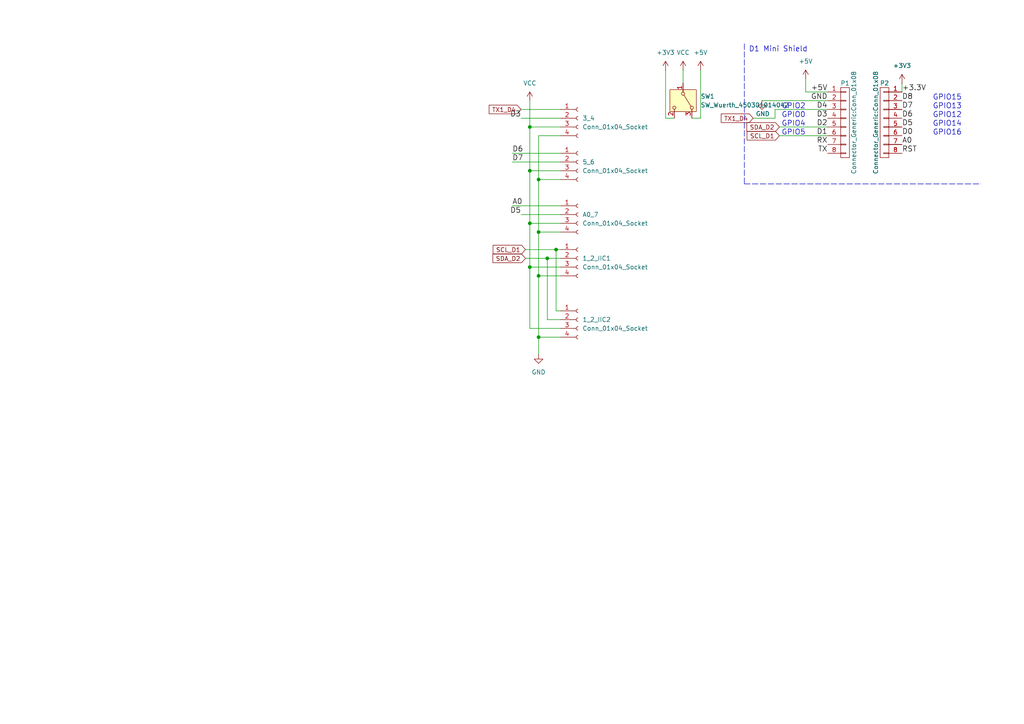
<source format=kicad_sch>
(kicad_sch (version 20231120) (generator "eeschema") (generator_version "8.0")
  (paper "A4")
  (lib_symbols
    (symbol "Connector:Conn_01x04_Socket" (pin_names (offset 1.016) hide)
      (property "Reference" "J" (at 0 5.08 0))
      (property "Value" "Conn_01x04_Socket" (at 0 -7.62 0))
      (symbol "Conn_01x04_Socket_1_1"
        (arc (start 0 -4.572) (mid -0.5058 -5.08) (end 0 -5.588) (stroke (width 0.1524)))
        (arc (start 0 -2.032) (mid -0.5058 -2.54) (end 0 -3.048) (stroke (width 0.1524)))
        (polyline (pts (xy -1.27 -5.08) (xy -0.508 -5.08)) (stroke (width 0.1524)))
        (polyline (pts (xy -1.27 -2.54) (xy -0.508 -2.54)) (stroke (width 0.1524)))
        (polyline (pts (xy -1.27 0) (xy -0.508 0)) (stroke (width 0.1524)))
        (polyline (pts (xy -1.27 2.54) (xy -0.508 2.54)) (stroke (width 0.1524)))
        (arc (start 0 0.508) (mid -0.5058 0) (end 0 -0.508) (stroke (width 0.1524)))
        (arc (start 0 3.048) (mid -0.5058 2.54) (end 0 2.032) (stroke (width 0.1524)))
        (pin passive line (at -5.08 2.54 0) (length 3.81) (name "Pin_1") (number "1"))
        (pin passive line (at -5.08 0 0) (length 3.81) (name "Pin_2") (number "2"))
        (pin passive line (at -5.08 -2.54 0) (length 3.81) (name "Pin_3") (number "3"))
        (pin passive line (at -5.08 -5.08 0) (length 3.81) (name "Pin_4") (number "4"))
      )
    )
    (symbol "Connector_Generic:Conn_01x08" (pin_names (offset 1.016) hide)
      (property "Reference" "P" (at 0 11.43 0))
      (property "Value" "Conn_01x08" (at 2.54 0 90))
      (symbol "Conn_01x08_0_1"
        (rectangle (start -1.27 -10.16) (end 1.27 10.16))
        (rectangle (start -1.27 -8.763) (end 0.254 -9.017))
        (rectangle (start -1.27 -6.223) (end 0.254 -6.477))
        (rectangle (start -1.27 -3.683) (end 0.254 -3.937))
        (rectangle (start -1.27 -1.143) (end 0.254 -1.397))
        (rectangle (start -1.27 1.397) (end 0.254 1.143))
        (rectangle (start -1.27 3.937) (end 0.254 3.683))
        (rectangle (start -1.27 6.477) (end 0.254 6.223))
        (rectangle (start -1.27 9.017) (end 0.254 8.763))
      )
      (symbol "Conn_01x08_1_1"
        (pin passive line (at -5.08 8.89 0) (length 3.81) (name "P1") (number "1"))
        (pin passive line (at -5.08 6.35 0) (length 3.81) (name "P2") (number "2"))
        (pin passive line (at -5.08 3.81 0) (length 3.81) (name "P3") (number "3"))
        (pin passive line (at -5.08 1.27 0) (length 3.81) (name "P4") (number "4"))
        (pin passive line (at -5.08 -1.27 0) (length 3.81) (name "P5") (number "5"))
        (pin passive line (at -5.08 -3.81 0) (length 3.81) (name "P6") (number "6"))
        (pin passive line (at -5.08 -6.35 0) (length 3.81) (name "P7") (number "7"))
        (pin passive line (at -5.08 -8.89 0) (length 3.81) (name "P8") (number "8"))
      )
    )
    (symbol "Switch:SW_Wuerth_450301014042" (pin_names (offset 1) hide)
      (property "Reference" "SW" (at 0 5.08 0))
      (property "Value" "SW_Wuerth_450301014042" (at 0 -5.08 0))
      (symbol "SW_Wuerth_450301014042_0_1"
        (circle (center -2.032 0) (radius 0.4572))
        (polyline (pts (xy -1.651 0.254) (xy 1.651 2.286)))
        (circle (center 2.032 -2.54) (radius 0.4572))
        (circle (center 2.032 2.54) (radius 0.4572))
      )
      (symbol "SW_Wuerth_450301014042_1_1"
        (rectangle (start -3.175 3.81) (end 3.175 -3.81) (fill (type background)))
        (pin passive line (at -5.08 0 0) (length 2.54) (name "B") (number "1"))
        (pin passive line (at 5.08 -2.54 180) (length 2.54) (name "C") (number "2"))
        (pin passive line (at 5.08 2.54 180) (length 2.54) (name "A") (number "3"))
      )
    )
    (symbol "power:+3V3" (power) (pin_numbers hide) (pin_names (offset 0) hide)
      (property "Value" "+3V3" (at 0 3.556 0))
      (symbol "+3V3_0_1"
        (polyline (pts (xy -0.762 1.27) (xy 0 2.54)))
        (polyline (pts (xy 0 0) (xy 0 2.54)))
        (polyline (pts (xy 0 2.54) (xy 0.762 1.27)))
      )
      (symbol "+3V3_1_1"
        (pin power_in line (at 0 0 90) (length 0) (name "~") (number "1"))
      )
    )
    (symbol "power:+5V" (power) (pin_numbers hide) (pin_names (offset 0) hide)
      (property "Value" "+5V" (at 0 3.556 0))
      (symbol "+5V_0_1"
        (polyline (pts (xy -0.762 1.27) (xy 0 2.54)))
        (polyline (pts (xy 0 0) (xy 0 2.54)))
        (polyline (pts (xy 0 2.54) (xy 0.762 1.27)))
      )
      (symbol "+5V_1_1"
        (pin power_in line (at 0 0 90) (length 0) (name "~") (number "1"))
      )
    )
    (symbol "power:GND" (power) (pin_numbers hide) (pin_names (offset 0) hide)
      (property "Value" "GND" (at 0 -3.81 0))
      (symbol "GND_0_1"
        (polyline (pts (xy 0 0) (xy 0 -1.27) (xy 1.27 -1.27) (xy 0 -2.54) (xy -1.27 -1.27) (xy 0 -1.27)))
      )
      (symbol "GND_1_1"
        (pin power_in line (at 0 0 270) (length 0) (name "~") (number "1"))
      )
    )
    (symbol "power:VCC" (power) (pin_numbers hide) (pin_names (offset 0) hide)
      (property "Value" "VCC" (at 0 3.556 0))
      (symbol "VCC_0_1"
        (polyline (pts (xy -0.762 1.27) (xy 0 2.54)))
        (polyline (pts (xy 0 0) (xy 0 2.54)))
        (polyline (pts (xy 0 2.54) (xy 0.762 1.27)))
      )
      (symbol "VCC_1_1"
        (pin power_in line (at 0 0 90) (length 0) (name "~") (number "1"))
      )
    )
  )
  (junction (at 158.75 74.93))
  (junction (at 156.21 97.79))
  (junction (at 153.67 49.53))
  (junction (at 153.67 36.83))
  (junction (at 161.29 72.39))
  (junction (at 153.67 64.77))
  (junction (at 156.21 80.01))
  (junction (at 153.67 77.47))
  (junction (at 156.21 67.31))
  (junction (at 156.21 52.07))
  (wire (pts (xy 224.79 31.75) (xy 224.79 34.29)))
  (wire (pts (xy 156.21 52.07) (xy 156.21 39.37)))
  (wire (pts (xy 148.59 59.69) (xy 162.56 59.69)))
  (wire (pts (xy 153.67 95.25) (xy 153.67 77.47)))
  (wire (pts (xy 203.2 20.32) (xy 203.2 34.29)))
  (wire (pts (xy 153.67 29.21) (xy 153.67 36.83)))
  (wire (pts (xy 153.67 36.83) (xy 162.56 36.83)))
  (wire (pts (xy 153.67 64.77) (xy 162.56 64.77)))
  (wire (pts (xy 153.67 49.53) (xy 153.67 64.77)))
  (wire (pts (xy 153.67 36.83) (xy 153.67 49.53)))
  (wire (pts (xy 151.13 34.29) (xy 162.56 34.29)))
  (wire (pts (xy 161.29 72.39) (xy 161.29 90.17)))
  (wire (pts (xy 261.62 24.13) (xy 261.62 26.67)))
  (wire (pts (xy 233.68 26.67) (xy 240.03 26.67)))
  (wire (pts (xy 226.06 36.83) (xy 240.03 36.83)))
  (wire (pts (xy 161.29 72.39) (xy 162.56 72.39)))
  (wire (pts (xy 156.21 80.01) (xy 162.56 80.01)))
  (wire (pts (xy 156.21 67.31) (xy 156.21 52.07)))
  (wire (pts (xy 240.03 31.75) (xy 224.79 31.75)))
  (wire (pts (xy 162.56 95.25) (xy 153.67 95.25)))
  (wire (pts (xy 198.12 20.32) (xy 198.12 24.13)))
  (polyline (pts (xy 215.9 53.34) (xy 284.48 53.34)) (stroke (width 0) (type dash)))
  (wire (pts (xy 240.03 29.21) (xy 220.98 29.21)))
  (wire (pts (xy 226.06 39.37) (xy 240.03 39.37)))
  (wire (pts (xy 151.13 62.23) (xy 162.56 62.23)))
  (wire (pts (xy 152.4 72.39) (xy 161.29 72.39)))
  (wire (pts (xy 158.75 92.71) (xy 158.75 74.93)))
  (wire (pts (xy 158.75 74.93) (xy 162.56 74.93)))
  (polyline (pts (xy 215.9 12.7) (xy 215.9 53.34)) (stroke (width 0) (type dash)))
  (wire (pts (xy 156.21 67.31) (xy 162.56 67.31)))
  (wire (pts (xy 161.29 90.17) (xy 162.56 90.17)))
  (wire (pts (xy 200.66 34.29) (xy 203.2 34.29)))
  (wire (pts (xy 148.59 44.45) (xy 162.56 44.45)))
  (wire (pts (xy 153.67 77.47) (xy 162.56 77.47)))
  (wire (pts (xy 148.59 46.99) (xy 162.56 46.99)))
  (wire (pts (xy 151.13 31.75) (xy 162.56 31.75)))
  (wire (pts (xy 153.67 64.77) (xy 153.67 77.47)))
  (wire (pts (xy 156.21 97.79) (xy 156.21 80.01)))
  (wire (pts (xy 224.79 34.29) (xy 218.44 34.29)))
  (wire (pts (xy 156.21 52.07) (xy 162.56 52.07)))
  (wire (pts (xy 152.4 74.93) (xy 158.75 74.93)))
  (wire (pts (xy 156.21 39.37) (xy 162.56 39.37)))
  (wire (pts (xy 156.21 80.01) (xy 156.21 67.31)))
  (wire (pts (xy 156.21 102.87) (xy 156.21 97.79)))
  (wire (pts (xy 162.56 92.71) (xy 158.75 92.71)))
  (wire (pts (xy 153.67 49.53) (xy 162.56 49.53)))
  (wire (pts (xy 193.04 20.32) (xy 193.04 34.29)))
  (wire (pts (xy 156.21 97.79) (xy 162.56 97.79)))
  (wire (pts (xy 233.68 22.86) (xy 233.68 26.67)))
  (wire (pts (xy 193.04 34.29) (xy 195.58 34.29)))
  (text "GPIO12" (at 270.51 34.29 0) (effects (font (size 1.524 1.524)) (justify left bottom)))
  (text "GPIO2" (at 233.68 31.75 0) (effects (font (size 1.524 1.524)) (justify right bottom)))
  (text "GPIO16" (at 270.51 39.37 0) (effects (font (size 1.524 1.524)) (justify left bottom)))
  (text "GPIO13" (at 270.51 31.75 0) (effects (font (size 1.524 1.524)) (justify left bottom)))
  (text "GPIO4" (at 233.68 36.83 0) (effects (font (size 1.524 1.524)) (justify right bottom)))
  (text "GPIO15" (at 270.51 29.21 0) (effects (font (size 1.524 1.524)) (justify left bottom)))
  (text "D1 Mini Shield" (at 217.17 15.24 0) (effects (font (size 1.524 1.524)) (justify left bottom)))
  (text "GPIO5" (at 233.68 39.37 0) (effects (font (size 1.524 1.524)) (justify right bottom)))
  (text "GPIO0" (at 233.68 34.29 0) (effects (font (size 1.524 1.524)) (justify right bottom)))
  (text "GPIO14" (at 270.51 36.83 0) (effects (font (size 1.524 1.524)) (justify left bottom)))
  (label "D1" (at 240.03 39.37 180) (effects (font (size 1.524 1.524))))
  (label "+3.3V" (at 261.62 26.67 0) (effects (font (size 1.524 1.524))))
  (label "D3" (at 240.03 34.29 180) (effects (font (size 1.524 1.524))))
  (label "D0" (at 261.62 39.37 0) (effects (font (size 1.524 1.524))))
  (label "A0" (at 148.59 59.69 0) (effects (font (size 1.524 1.524))))
  (label "D8" (at 261.62 29.21 0) (effects (font (size 1.524 1.524))))
  (label "D5" (at 261.62 36.83 0) (effects (font (size 1.524 1.524))))
  (label "GND" (at 240.03 29.21 180) (effects (font (size 1.524 1.524))))
  (label "D6" (at 148.59 44.45 0) (effects (font (size 1.524 1.524))))
  (label "A0" (at 261.62 41.91 0) (effects (font (size 1.524 1.524))))
  (label "D2" (at 240.03 36.83 180) (effects (font (size 1.524 1.524))))
  (label "D6" (at 261.62 34.29 0) (effects (font (size 1.524 1.524))))
  (label "+5V" (at 240.03 26.67 180) (effects (font (size 1.524 1.524))))
  (label "D7" (at 148.59 46.99 0) (effects (font (size 1.524 1.524))))
  (label "D3" (at 151.13 34.29 180) (effects (font (size 1.524 1.524))))
  (label "TX" (at 240.03 44.45 180) (effects (font (size 1.524 1.524))))
  (label "RST" (at 261.62 44.45 0) (effects (font (size 1.524 1.524))))
  (label "D7" (at 261.62 31.75 0) (effects (font (size 1.524 1.524))))
  (label "RX" (at 240.03 41.91 180) (effects (font (size 1.524 1.524))))
  (label "D4" (at 240.03 31.75 180) (effects (font (size 1.524 1.524))))
  (label "D5" (at 151.13 62.23 180) (effects (font (size 1.524 1.524))))
  (global_label "SCL_D1" (shape input) (at 152.4 72.39 180) (property "Intersheetrefs" "${INTERSHEET_REFS}" (effects (hide yes))))
  (global_label "TX1_D4" (shape input) (at 151.13 31.75 180) (property "Intersheetrefs" "${INTERSHEET_REFS}" (effects (hide yes))))
  (global_label "SDA_D2" (shape input) (at 152.4 74.93 180) (property "Intersheetrefs" "${INTERSHEET_REFS}" (effects (hide yes))))
  (global_label "SDA_D2" (shape input) (at 226.06 36.83 180) (property "Intersheetrefs" "${INTERSHEET_REFS}" (effects (hide yes))))
  (global_label "SCL_D1" (shape input) (at 226.06 39.37 180) (property "Intersheetrefs" "${INTERSHEET_REFS}" (effects (hide yes))))
  (global_label "TX1_D4" (shape input) (at 218.44 34.29 180) (property "Intersheetrefs" "${INTERSHEET_REFS}" (effects (hide yes))))
  (symbol (lib_id "Connector_Generic:Conn_01x08") (at 245.11 35.56 0) (unit 1)
    (property "Reference" "P1" (at 245.11 24.13 0))
    (property "Value" "Connector_Generic:Conn_01x08" (at 247.65 35.56 90))
    (property "Footprint" "D1_mini:D1_mini_Pin_Header" (effects (hide yes)))
  )
  (symbol (lib_id "Connector_Generic:Conn_01x08") (at 256.54 35.56 0) (mirror y) (unit 1)
    (property "Reference" "P2" (at 256.54 24.13 0))
    (property "Value" "Connector_Generic:Conn_01x08" (at 254 35.56 90))
    (property "Footprint" "D1_mini:D1_mini_Pin_Header" (effects (hide yes)))
  )
  (symbol (lib_id "Switch:SW_Wuerth_450301014042") (at 198.12 29.21 270) (unit 1)
    (property "Reference" "SW1" (at 203.2 27.9399 90) (effects (justify left)))
    (property "Value" "SW_Wuerth_450301014042" (at 203.2 30.4799 90) (effects (justify left)))
    (property "Footprint" "Button_Switch_THT:SW_Slide-03_Wuerth-WS-SLTV_10x2.5x6.4_P2.54mm" (effects (hide yes)))
    (property "Datasheet" "https://www.we-online.com/components/products/datasheet/450301014042.pdf" (effects (hide yes)))
    (property "Description" "Switch slide, single pole double throw" (effects (hide yes)))
  )
  (symbol (lib_id "power:+3V3") (at 261.62 24.13 0) (unit 1)
    (property "Reference" "#PWR04" (effects (hide yes)))
    (property "Value" "+3V3" (at 261.62 19.05 0))
    (property "Description" "Power symbol creates a global label with name \"+3V3\"" (effects (hide yes)))
  )
  (symbol (lib_id "power:GND") (at 156.21 102.87 0) (unit 1)
    (property "Reference" "#PWR07" (effects (hide yes)))
    (property "Value" "GND" (at 156.21 107.95 0))
    (property "Description" "Power symbol creates a global label with name \"GND\" , ground" (effects (hide yes)))
  )
  (symbol (lib_id "Connector:Conn_01x04_Socket") (at 167.64 74.93 0) (unit 1)
    (property "Reference" "1_2_IIC1" (at 168.91 74.9299 0) (effects (justify left)))
    (property "Value" "Conn_01x04_Socket" (at 168.91 77.4699 0) (effects (justify left)))
    (property "Footprint" "D1_mini:NS-Tech_Grove_1x04_P2mm_Vertical" (effects (hide yes)))
    (property "Description" "Generic connector, single row, 01x04, script generated" (effects (hide yes)))
  )
  (symbol (lib_id "Connector:Conn_01x04_Socket") (at 167.64 62.23 0) (unit 1)
    (property "Reference" "A0_7" (at 168.91 62.2299 0) (effects (justify left)))
    (property "Value" "Conn_01x04_Socket" (at 168.91 64.7699 0) (effects (justify left)))
    (property "Footprint" "D1_mini:NS-Tech_Grove_1x04_P2mm_Vertical" (effects (hide yes)))
    (property "Description" "Generic connector, single row, 01x04, script generated" (effects (hide yes)))
  )
  (symbol (lib_id "Connector:Conn_01x04_Socket") (at 167.64 92.71 0) (unit 1)
    (property "Reference" "1_2_IIC2" (at 168.91 92.7099 0) (effects (justify left)))
    (property "Value" "Conn_01x04_Socket" (at 168.91 95.2499 0) (effects (justify left)))
    (property "Footprint" "D1_mini:NS-Tech_Grove_1x04_P2mm_Vertical" (effects (hide yes)))
    (property "Description" "Generic connector, single row, 01x04, script generated" (effects (hide yes)))
  )
  (symbol (lib_id "Connector:Conn_01x04_Socket") (at 167.64 34.29 0) (unit 1)
    (property "Reference" "3_4" (at 168.91 34.2899 0) (effects (justify left)))
    (property "Value" "Conn_01x04_Socket" (at 168.91 36.8299 0) (effects (justify left)))
    (property "Footprint" "D1_mini:NS-Tech_Grove_1x04_P2mm_Vertical" (effects (hide yes)))
    (property "Description" "Generic connector, single row, 01x04, script generated" (effects (hide yes)))
  )
  (symbol (lib_id "power:VCC") (at 153.67 29.21 0) (unit 1)
    (property "Reference" "#PWR08" (effects (hide yes)))
    (property "Value" "VCC" (at 153.67 24.13 0))
    (property "Description" "Power symbol creates a global label with name \"VCC\"" (effects (hide yes)))
  )
  (symbol (lib_id "power:VCC") (at 198.12 20.32 0) (unit 1)
    (property "Reference" "#PWR02" (effects (hide yes)))
    (property "Value" "VCC" (at 198.12 15.24 0))
    (property "Description" "Power symbol creates a global label with name \"VCC\"" (effects (hide yes)))
  )
  (symbol (lib_id "power:GND") (at 220.98 29.21 0) (unit 1)
    (property "Reference" "#PWR01" (effects (hide yes)))
    (property "Value" "GND" (at 221.234 33.02 0))
    (property "Description" "Power symbol creates a global label with name \"GND\" , ground" (effects (hide yes)))
  )
  (symbol (lib_id "power:+3V3") (at 193.04 20.32 0) (unit 1)
    (property "Reference" "#PWR03" (effects (hide yes)))
    (property "Value" "+3V3" (at 193.04 15.24 0))
    (property "Description" "Power symbol creates a global label with name \"+3V3\"" (effects (hide yes)))
  )
  (symbol (lib_id "power:+5V") (at 203.2 20.32 0) (unit 1)
    (property "Reference" "#PWR05" (effects (hide yes)))
    (property "Value" "+5V" (at 203.2 15.24 0))
    (property "Description" "Power symbol creates a global label with name \"+5V\"" (effects (hide yes)))
  )
  (symbol (lib_id "Connector:Conn_01x04_Socket") (at 167.64 46.99 0) (unit 1)
    (property "Reference" "5_6" (at 168.91 46.9899 0) (effects (justify left)))
    (property "Value" "Conn_01x04_Socket" (at 168.91 49.5299 0) (effects (justify left)))
    (property "Footprint" "D1_mini:NS-Tech_Grove_1x04_P2mm_Vertical" (effects (hide yes)))
    (property "Description" "Generic connector, single row, 01x04, script generated" (effects (hide yes)))
  )
  (symbol (lib_id "power:+5V") (at 233.68 22.86 0) (unit 1)
    (property "Reference" "#PWR06" (effects (hide yes)))
    (property "Value" "+5V" (at 233.68 17.78 0))
    (property "Description" "Power symbol creates a global label with name \"+5V\"" (effects (hide yes)))
  )
)
</source>
